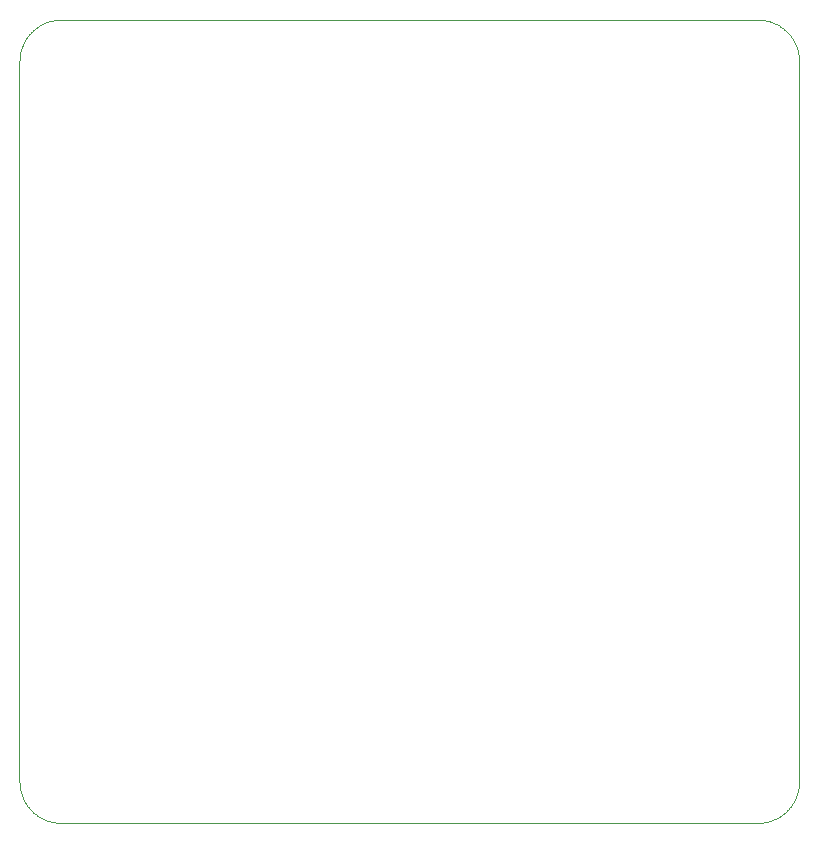
<source format=gbp>
G75*
%MOIN*%
%OFA0B0*%
%FSLAX25Y25*%
%IPPOS*%
%LPD*%
%AMOC8*
5,1,8,0,0,1.08239X$1,22.5*
%
%ADD10C,0.00000*%
D10*
X0024622Y0016411D02*
X0256906Y0016411D01*
X0256906Y0016410D02*
X0257239Y0016414D01*
X0257572Y0016426D01*
X0257904Y0016446D01*
X0258236Y0016474D01*
X0258567Y0016510D01*
X0258897Y0016555D01*
X0259226Y0016607D01*
X0259554Y0016667D01*
X0259880Y0016735D01*
X0260204Y0016810D01*
X0260526Y0016894D01*
X0260846Y0016985D01*
X0261164Y0017084D01*
X0261480Y0017191D01*
X0261792Y0017305D01*
X0262102Y0017427D01*
X0262409Y0017557D01*
X0262713Y0017693D01*
X0263013Y0017837D01*
X0263310Y0017988D01*
X0263603Y0018147D01*
X0263892Y0018312D01*
X0264177Y0018484D01*
X0264458Y0018663D01*
X0264734Y0018849D01*
X0265006Y0019042D01*
X0265273Y0019241D01*
X0265535Y0019446D01*
X0265792Y0019658D01*
X0266044Y0019876D01*
X0266290Y0020099D01*
X0266531Y0020329D01*
X0266767Y0020565D01*
X0266997Y0020806D01*
X0267220Y0021052D01*
X0267438Y0021304D01*
X0267650Y0021561D01*
X0267855Y0021823D01*
X0268054Y0022090D01*
X0268247Y0022362D01*
X0268433Y0022638D01*
X0268612Y0022919D01*
X0268784Y0023204D01*
X0268949Y0023493D01*
X0269108Y0023786D01*
X0269259Y0024083D01*
X0269403Y0024383D01*
X0269539Y0024687D01*
X0269669Y0024994D01*
X0269791Y0025304D01*
X0269905Y0025616D01*
X0270012Y0025932D01*
X0270111Y0026250D01*
X0270202Y0026570D01*
X0270286Y0026892D01*
X0270361Y0027216D01*
X0270429Y0027542D01*
X0270489Y0027870D01*
X0270541Y0028199D01*
X0270586Y0028529D01*
X0270622Y0028860D01*
X0270650Y0029192D01*
X0270670Y0029524D01*
X0270682Y0029857D01*
X0270686Y0030190D01*
X0270685Y0030190D02*
X0270685Y0270348D01*
X0270686Y0270348D02*
X0270682Y0270681D01*
X0270670Y0271014D01*
X0270650Y0271346D01*
X0270622Y0271678D01*
X0270586Y0272009D01*
X0270541Y0272339D01*
X0270489Y0272668D01*
X0270429Y0272996D01*
X0270361Y0273322D01*
X0270286Y0273646D01*
X0270202Y0273968D01*
X0270111Y0274288D01*
X0270012Y0274606D01*
X0269905Y0274922D01*
X0269791Y0275234D01*
X0269669Y0275544D01*
X0269539Y0275851D01*
X0269403Y0276155D01*
X0269259Y0276455D01*
X0269108Y0276752D01*
X0268949Y0277045D01*
X0268784Y0277334D01*
X0268612Y0277619D01*
X0268433Y0277900D01*
X0268247Y0278176D01*
X0268054Y0278448D01*
X0267855Y0278715D01*
X0267650Y0278977D01*
X0267438Y0279234D01*
X0267220Y0279486D01*
X0266997Y0279732D01*
X0266767Y0279973D01*
X0266531Y0280209D01*
X0266290Y0280439D01*
X0266044Y0280662D01*
X0265792Y0280880D01*
X0265535Y0281092D01*
X0265273Y0281297D01*
X0265006Y0281496D01*
X0264734Y0281689D01*
X0264458Y0281875D01*
X0264177Y0282054D01*
X0263892Y0282226D01*
X0263603Y0282391D01*
X0263310Y0282550D01*
X0263013Y0282701D01*
X0262713Y0282845D01*
X0262409Y0282981D01*
X0262102Y0283111D01*
X0261792Y0283233D01*
X0261480Y0283347D01*
X0261164Y0283454D01*
X0260846Y0283553D01*
X0260526Y0283644D01*
X0260204Y0283728D01*
X0259880Y0283803D01*
X0259554Y0283871D01*
X0259226Y0283931D01*
X0258897Y0283983D01*
X0258567Y0284028D01*
X0258236Y0284064D01*
X0257904Y0284092D01*
X0257572Y0284112D01*
X0257239Y0284124D01*
X0256906Y0284128D01*
X0256906Y0284127D02*
X0024622Y0284127D01*
X0024622Y0284128D02*
X0024289Y0284124D01*
X0023956Y0284112D01*
X0023624Y0284092D01*
X0023292Y0284064D01*
X0022961Y0284028D01*
X0022631Y0283983D01*
X0022302Y0283931D01*
X0021974Y0283871D01*
X0021648Y0283803D01*
X0021324Y0283728D01*
X0021002Y0283644D01*
X0020682Y0283553D01*
X0020364Y0283454D01*
X0020048Y0283347D01*
X0019736Y0283233D01*
X0019426Y0283111D01*
X0019119Y0282981D01*
X0018815Y0282845D01*
X0018515Y0282701D01*
X0018218Y0282550D01*
X0017925Y0282391D01*
X0017636Y0282226D01*
X0017351Y0282054D01*
X0017070Y0281875D01*
X0016794Y0281689D01*
X0016522Y0281496D01*
X0016255Y0281297D01*
X0015993Y0281092D01*
X0015736Y0280880D01*
X0015484Y0280662D01*
X0015238Y0280439D01*
X0014997Y0280209D01*
X0014761Y0279973D01*
X0014531Y0279732D01*
X0014308Y0279486D01*
X0014090Y0279234D01*
X0013878Y0278977D01*
X0013673Y0278715D01*
X0013474Y0278448D01*
X0013281Y0278176D01*
X0013095Y0277900D01*
X0012916Y0277619D01*
X0012744Y0277334D01*
X0012579Y0277045D01*
X0012420Y0276752D01*
X0012269Y0276455D01*
X0012125Y0276155D01*
X0011989Y0275851D01*
X0011859Y0275544D01*
X0011737Y0275234D01*
X0011623Y0274922D01*
X0011516Y0274606D01*
X0011417Y0274288D01*
X0011326Y0273968D01*
X0011242Y0273646D01*
X0011167Y0273322D01*
X0011099Y0272996D01*
X0011039Y0272668D01*
X0010987Y0272339D01*
X0010942Y0272009D01*
X0010906Y0271678D01*
X0010878Y0271346D01*
X0010858Y0271014D01*
X0010846Y0270681D01*
X0010842Y0270348D01*
X0010843Y0270348D02*
X0010843Y0030190D01*
X0010842Y0030190D02*
X0010846Y0029857D01*
X0010858Y0029524D01*
X0010878Y0029192D01*
X0010906Y0028860D01*
X0010942Y0028529D01*
X0010987Y0028199D01*
X0011039Y0027870D01*
X0011099Y0027542D01*
X0011167Y0027216D01*
X0011242Y0026892D01*
X0011326Y0026570D01*
X0011417Y0026250D01*
X0011516Y0025932D01*
X0011623Y0025616D01*
X0011737Y0025304D01*
X0011859Y0024994D01*
X0011989Y0024687D01*
X0012125Y0024383D01*
X0012269Y0024083D01*
X0012420Y0023786D01*
X0012579Y0023493D01*
X0012744Y0023204D01*
X0012916Y0022919D01*
X0013095Y0022638D01*
X0013281Y0022362D01*
X0013474Y0022090D01*
X0013673Y0021823D01*
X0013878Y0021561D01*
X0014090Y0021304D01*
X0014308Y0021052D01*
X0014531Y0020806D01*
X0014761Y0020565D01*
X0014997Y0020329D01*
X0015238Y0020099D01*
X0015484Y0019876D01*
X0015736Y0019658D01*
X0015993Y0019446D01*
X0016255Y0019241D01*
X0016522Y0019042D01*
X0016794Y0018849D01*
X0017070Y0018663D01*
X0017351Y0018484D01*
X0017636Y0018312D01*
X0017925Y0018147D01*
X0018218Y0017988D01*
X0018515Y0017837D01*
X0018815Y0017693D01*
X0019119Y0017557D01*
X0019426Y0017427D01*
X0019736Y0017305D01*
X0020048Y0017191D01*
X0020364Y0017084D01*
X0020682Y0016985D01*
X0021002Y0016894D01*
X0021324Y0016810D01*
X0021648Y0016735D01*
X0021974Y0016667D01*
X0022302Y0016607D01*
X0022631Y0016555D01*
X0022961Y0016510D01*
X0023292Y0016474D01*
X0023624Y0016446D01*
X0023956Y0016426D01*
X0024289Y0016414D01*
X0024622Y0016410D01*
M02*

</source>
